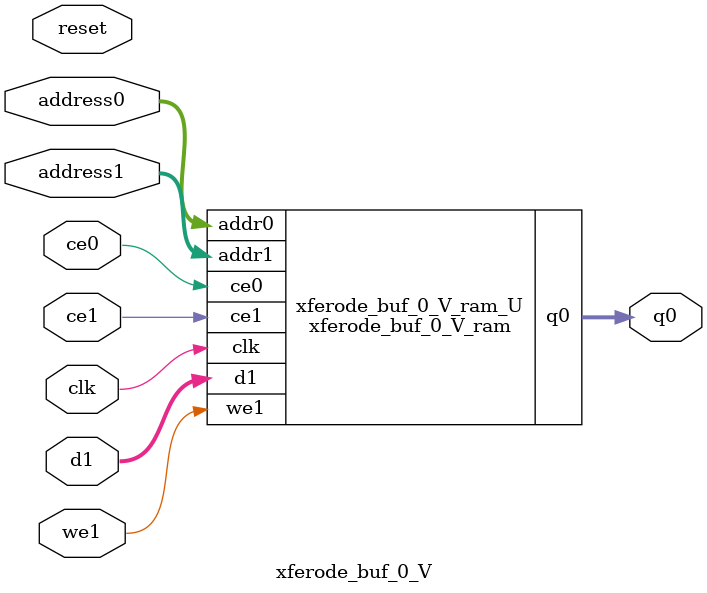
<source format=v>
`timescale 1 ns / 1 ps
module xferode_buf_0_V_ram (addr0, ce0, q0, addr1, ce1, d1, we1,  clk);

parameter DWIDTH = 8;
parameter AWIDTH = 11;
parameter MEM_SIZE = 1280;

input[AWIDTH-1:0] addr0;
input ce0;
output reg[DWIDTH-1:0] q0;
input[AWIDTH-1:0] addr1;
input ce1;
input[DWIDTH-1:0] d1;
input we1;
input clk;

(* ram_style = "block" *)reg [DWIDTH-1:0] ram[0:MEM_SIZE-1];




always @(posedge clk)  
begin 
    if (ce0) 
    begin
        q0 <= ram[addr0];
    end
end


always @(posedge clk)  
begin 
    if (ce1) 
    begin
        if (we1) 
        begin 
            ram[addr1] <= d1; 
        end 
    end
end


endmodule

`timescale 1 ns / 1 ps
module xferode_buf_0_V(
    reset,
    clk,
    address0,
    ce0,
    q0,
    address1,
    ce1,
    we1,
    d1);

parameter DataWidth = 32'd8;
parameter AddressRange = 32'd1280;
parameter AddressWidth = 32'd11;
input reset;
input clk;
input[AddressWidth - 1:0] address0;
input ce0;
output[DataWidth - 1:0] q0;
input[AddressWidth - 1:0] address1;
input ce1;
input we1;
input[DataWidth - 1:0] d1;



xferode_buf_0_V_ram xferode_buf_0_V_ram_U(
    .clk( clk ),
    .addr0( address0 ),
    .ce0( ce0 ),
    .q0( q0 ),
    .addr1( address1 ),
    .ce1( ce1 ),
    .we1( we1 ),
    .d1( d1 ));

endmodule


</source>
